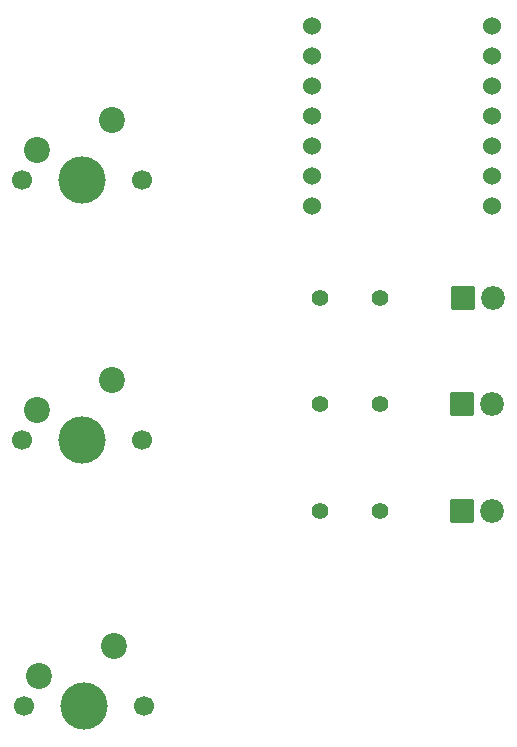
<source format=gbr>
%TF.GenerationSoftware,KiCad,Pcbnew,9.0.3*%
%TF.CreationDate,2025-07-19T15:28:30-07:00*%
%TF.ProjectId,ayushi_macropad,61797573-6869-45f6-9d61-63726f706164,rev?*%
%TF.SameCoordinates,Original*%
%TF.FileFunction,Soldermask,Bot*%
%TF.FilePolarity,Negative*%
%FSLAX46Y46*%
G04 Gerber Fmt 4.6, Leading zero omitted, Abs format (unit mm)*
G04 Created by KiCad (PCBNEW 9.0.3) date 2025-07-19 15:28:30*
%MOMM*%
%LPD*%
G01*
G04 APERTURE LIST*
G04 Aperture macros list*
%AMRoundRect*
0 Rectangle with rounded corners*
0 $1 Rounding radius*
0 $2 $3 $4 $5 $6 $7 $8 $9 X,Y pos of 4 corners*
0 Add a 4 corners polygon primitive as box body*
4,1,4,$2,$3,$4,$5,$6,$7,$8,$9,$2,$3,0*
0 Add four circle primitives for the rounded corners*
1,1,$1+$1,$2,$3*
1,1,$1+$1,$4,$5*
1,1,$1+$1,$6,$7*
1,1,$1+$1,$8,$9*
0 Add four rect primitives between the rounded corners*
20,1,$1+$1,$2,$3,$4,$5,0*
20,1,$1+$1,$4,$5,$6,$7,0*
20,1,$1+$1,$6,$7,$8,$9,0*
20,1,$1+$1,$8,$9,$2,$3,0*%
G04 Aperture macros list end*
%ADD10RoundRect,0.102000X-0.907500X-0.907500X0.907500X-0.907500X0.907500X0.907500X-0.907500X0.907500X0*%
%ADD11C,2.019000*%
%ADD12C,1.400000*%
%ADD13C,1.700000*%
%ADD14C,4.000000*%
%ADD15C,2.200000*%
%ADD16C,1.524000*%
G04 APERTURE END LIST*
D10*
%TO.C,D3*%
X152460000Y-104000000D03*
D11*
X155000000Y-104000000D03*
%TD*%
%TO.C,D1*%
X155040000Y-86000000D03*
D10*
X152500000Y-86000000D03*
%TD*%
D12*
%TO.C,R1*%
X140420000Y-86000000D03*
X145500000Y-86000000D03*
%TD*%
D11*
%TO.C,D2*%
X155000000Y-95000000D03*
D10*
X152460000Y-95000000D03*
%TD*%
D13*
%TO.C,SW1*%
X115230000Y-76040000D03*
D14*
X120310000Y-76040000D03*
D13*
X125390000Y-76040000D03*
D15*
X122850000Y-70960000D03*
X116500000Y-73500000D03*
%TD*%
D12*
%TO.C,R2*%
X140420000Y-95000000D03*
X145500000Y-95000000D03*
%TD*%
%TO.C,R3*%
X140420000Y-104000000D03*
X145500000Y-104000000D03*
%TD*%
D16*
%TO.C,U1*%
X139760000Y-63000000D03*
X139760000Y-65540000D03*
X139760000Y-68080000D03*
X139760000Y-70620000D03*
X139760000Y-73160000D03*
X139760000Y-75700000D03*
X139760000Y-78240000D03*
X155000000Y-78240000D03*
X155000000Y-75700000D03*
X155000000Y-73160000D03*
X155000000Y-70620000D03*
X155000000Y-68080000D03*
X155000000Y-65540000D03*
X155000000Y-63000000D03*
%TD*%
D13*
%TO.C,SW3*%
X115340000Y-120500000D03*
D14*
X120420000Y-120500000D03*
D13*
X125500000Y-120500000D03*
D15*
X122960000Y-115420000D03*
X116610000Y-117960000D03*
%TD*%
D13*
%TO.C,SW2*%
X115230000Y-98040000D03*
D14*
X120310000Y-98040000D03*
D13*
X125390000Y-98040000D03*
D15*
X122850000Y-92960000D03*
X116500000Y-95500000D03*
%TD*%
M02*

</source>
